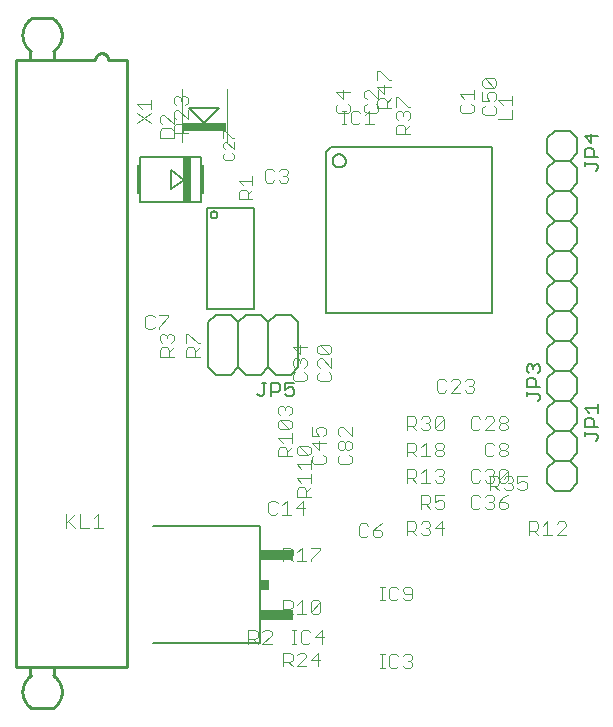
<source format=gbr>
G04 EAGLE Gerber RS-274X export*
G75*
%MOMM*%
%FSLAX34Y34*%
%LPD*%
%INSilkscreen Top*%
%IPPOS*%
%AMOC8*
5,1,8,0,0,1.08239X$1,22.5*%
G01*
%ADD10C,0.101600*%
%ADD11C,0.127000*%
%ADD12R,3.810000X0.635000*%
%ADD13C,0.076200*%
%ADD14C,0.203200*%
%ADD15R,0.762000X0.863600*%
%ADD16R,2.799800X0.900200*%
%ADD17C,0.152400*%
%ADD18C,0.254000*%

G36*
X159940Y396302D02*
X159940Y396302D01*
X160006Y396304D01*
X160049Y396322D01*
X160096Y396330D01*
X160153Y396364D01*
X160213Y396389D01*
X160248Y396420D01*
X160289Y396445D01*
X160331Y396496D01*
X160379Y396540D01*
X160401Y396582D01*
X160430Y396619D01*
X160451Y396681D01*
X160482Y396740D01*
X160490Y396794D01*
X160502Y396831D01*
X160501Y396871D01*
X160509Y396925D01*
X160509Y434925D01*
X160498Y434990D01*
X160496Y435056D01*
X160478Y435099D01*
X160470Y435146D01*
X160436Y435203D01*
X160411Y435263D01*
X160380Y435298D01*
X160355Y435339D01*
X160304Y435381D01*
X160260Y435429D01*
X160218Y435451D01*
X160181Y435480D01*
X160119Y435501D01*
X160060Y435532D01*
X160006Y435540D01*
X159969Y435552D01*
X159929Y435551D01*
X159875Y435559D01*
X153875Y435559D01*
X153810Y435548D01*
X153744Y435546D01*
X153701Y435528D01*
X153654Y435520D01*
X153597Y435486D01*
X153537Y435461D01*
X153502Y435430D01*
X153461Y435405D01*
X153420Y435354D01*
X153371Y435310D01*
X153349Y435268D01*
X153320Y435231D01*
X153299Y435169D01*
X153268Y435110D01*
X153260Y435056D01*
X153248Y435019D01*
X153249Y434979D01*
X153241Y434925D01*
X153241Y396925D01*
X153252Y396860D01*
X153254Y396794D01*
X153272Y396751D01*
X153280Y396704D01*
X153314Y396647D01*
X153339Y396587D01*
X153370Y396552D01*
X153395Y396511D01*
X153446Y396470D01*
X153490Y396421D01*
X153532Y396399D01*
X153569Y396370D01*
X153631Y396349D01*
X153690Y396318D01*
X153744Y396310D01*
X153781Y396298D01*
X153821Y396299D01*
X153875Y396291D01*
X159875Y396291D01*
X159940Y396302D01*
G37*
G36*
X116940Y403302D02*
X116940Y403302D01*
X117006Y403304D01*
X117049Y403322D01*
X117096Y403330D01*
X117153Y403364D01*
X117213Y403389D01*
X117248Y403420D01*
X117289Y403445D01*
X117331Y403496D01*
X117379Y403540D01*
X117401Y403582D01*
X117430Y403619D01*
X117451Y403681D01*
X117482Y403740D01*
X117490Y403794D01*
X117502Y403831D01*
X117501Y403871D01*
X117509Y403925D01*
X117509Y427925D01*
X117498Y427990D01*
X117496Y428056D01*
X117478Y428099D01*
X117470Y428146D01*
X117436Y428203D01*
X117411Y428263D01*
X117380Y428298D01*
X117355Y428339D01*
X117304Y428381D01*
X117260Y428429D01*
X117218Y428451D01*
X117181Y428480D01*
X117119Y428501D01*
X117060Y428532D01*
X117006Y428540D01*
X116969Y428552D01*
X116929Y428551D01*
X116875Y428559D01*
X114875Y428559D01*
X114810Y428548D01*
X114744Y428546D01*
X114701Y428528D01*
X114654Y428520D01*
X114597Y428486D01*
X114537Y428461D01*
X114502Y428430D01*
X114461Y428405D01*
X114420Y428354D01*
X114371Y428310D01*
X114349Y428268D01*
X114320Y428231D01*
X114299Y428169D01*
X114268Y428110D01*
X114260Y428056D01*
X114248Y428019D01*
X114249Y427979D01*
X114241Y427925D01*
X114241Y403925D01*
X114252Y403860D01*
X114254Y403794D01*
X114272Y403751D01*
X114280Y403704D01*
X114314Y403647D01*
X114339Y403587D01*
X114370Y403552D01*
X114395Y403511D01*
X114446Y403470D01*
X114490Y403421D01*
X114532Y403399D01*
X114569Y403370D01*
X114631Y403349D01*
X114690Y403318D01*
X114744Y403310D01*
X114781Y403298D01*
X114821Y403299D01*
X114875Y403291D01*
X116875Y403291D01*
X116940Y403302D01*
G37*
G36*
X170940Y403302D02*
X170940Y403302D01*
X171006Y403304D01*
X171049Y403322D01*
X171096Y403330D01*
X171153Y403364D01*
X171213Y403389D01*
X171248Y403420D01*
X171289Y403445D01*
X171331Y403496D01*
X171379Y403540D01*
X171401Y403582D01*
X171430Y403619D01*
X171451Y403681D01*
X171482Y403740D01*
X171490Y403794D01*
X171502Y403831D01*
X171501Y403871D01*
X171509Y403925D01*
X171509Y427925D01*
X171498Y427990D01*
X171496Y428056D01*
X171478Y428099D01*
X171470Y428146D01*
X171436Y428203D01*
X171411Y428263D01*
X171380Y428298D01*
X171355Y428339D01*
X171304Y428381D01*
X171260Y428429D01*
X171218Y428451D01*
X171181Y428480D01*
X171119Y428501D01*
X171060Y428532D01*
X171006Y428540D01*
X170969Y428552D01*
X170929Y428551D01*
X170875Y428559D01*
X168875Y428559D01*
X168810Y428548D01*
X168744Y428546D01*
X168701Y428528D01*
X168654Y428520D01*
X168597Y428486D01*
X168537Y428461D01*
X168502Y428430D01*
X168461Y428405D01*
X168420Y428354D01*
X168371Y428310D01*
X168349Y428268D01*
X168320Y428231D01*
X168299Y428169D01*
X168268Y428110D01*
X168260Y428056D01*
X168248Y428019D01*
X168249Y427979D01*
X168241Y427925D01*
X168241Y403925D01*
X168252Y403860D01*
X168254Y403794D01*
X168272Y403751D01*
X168280Y403704D01*
X168314Y403647D01*
X168339Y403587D01*
X168370Y403552D01*
X168395Y403511D01*
X168446Y403470D01*
X168490Y403421D01*
X168532Y403399D01*
X168569Y403370D01*
X168631Y403349D01*
X168690Y403318D01*
X168744Y403310D01*
X168781Y403298D01*
X168821Y403299D01*
X168875Y403291D01*
X170875Y403291D01*
X170940Y403302D01*
G37*
D10*
X54326Y132852D02*
X54326Y121158D01*
X54326Y125056D02*
X62122Y132852D01*
X56275Y127005D02*
X62122Y121158D01*
X66020Y121158D02*
X66020Y132852D01*
X66020Y121158D02*
X73816Y121158D01*
X77714Y128954D02*
X81612Y132852D01*
X81612Y121158D01*
X77714Y121158D02*
X85510Y121158D01*
D11*
X116875Y396925D02*
X116875Y434925D01*
X116875Y396925D02*
X168875Y396925D01*
X168875Y434925D01*
X116875Y434925D01*
X142875Y423925D02*
X142875Y407925D01*
X153875Y415925D01*
X142875Y423925D01*
D10*
X190650Y447500D02*
X190650Y492300D01*
X152250Y492300D02*
X152250Y447500D01*
D12*
X171450Y460375D03*
D11*
X171450Y463550D02*
X184150Y476250D01*
X158750Y476250D01*
X171450Y463550D01*
D10*
X145542Y451358D02*
X133848Y451358D01*
X145542Y451358D02*
X145542Y457205D01*
X143593Y459154D01*
X135797Y459154D01*
X133848Y457205D01*
X133848Y451358D01*
X145542Y463052D02*
X145542Y470848D01*
X145542Y463052D02*
X137746Y470848D01*
X135797Y470848D01*
X133848Y468899D01*
X133848Y465001D01*
X135797Y463052D01*
X145673Y455326D02*
X157367Y455326D01*
X145673Y455326D02*
X145673Y461173D01*
X147622Y463122D01*
X151520Y463122D01*
X153469Y461173D01*
X153469Y455326D01*
X153469Y459224D02*
X157367Y463122D01*
X157367Y467020D02*
X157367Y474816D01*
X157367Y467020D02*
X149571Y474816D01*
X147622Y474816D01*
X145673Y472867D01*
X145673Y468969D01*
X147622Y467020D01*
X147622Y478714D02*
X145673Y480663D01*
X145673Y484561D01*
X147622Y486510D01*
X149571Y486510D01*
X151520Y484561D01*
X151520Y482612D01*
X151520Y484561D02*
X153469Y486510D01*
X155418Y486510D01*
X157367Y484561D01*
X157367Y480663D01*
X155418Y478714D01*
D13*
X188631Y438452D02*
X187063Y436884D01*
X187063Y433749D01*
X188631Y432181D01*
X194901Y432181D01*
X196469Y433749D01*
X196469Y436884D01*
X194901Y438452D01*
X196469Y441536D02*
X196469Y447807D01*
X196469Y441536D02*
X190198Y447807D01*
X188631Y447807D01*
X187063Y446239D01*
X187063Y443104D01*
X188631Y441536D01*
X187063Y450891D02*
X187063Y457162D01*
X188631Y457162D01*
X194901Y450891D01*
X196469Y450891D01*
D10*
X354945Y148727D02*
X354945Y137033D01*
X354945Y148727D02*
X360792Y148727D01*
X362741Y146778D01*
X362741Y142880D01*
X360792Y140931D01*
X354945Y140931D01*
X358843Y140931D02*
X362741Y137033D01*
X366639Y148727D02*
X374435Y148727D01*
X366639Y148727D02*
X366639Y142880D01*
X370537Y144829D01*
X372486Y144829D01*
X374435Y142880D01*
X374435Y138982D01*
X372486Y137033D01*
X368588Y137033D01*
X366639Y138982D01*
X343251Y159258D02*
X343251Y170952D01*
X349098Y170952D01*
X351047Y169003D01*
X351047Y165105D01*
X349098Y163156D01*
X343251Y163156D01*
X347149Y163156D02*
X351047Y159258D01*
X354945Y167054D02*
X358843Y170952D01*
X358843Y159258D01*
X354945Y159258D02*
X362741Y159258D01*
X366639Y169003D02*
X368588Y170952D01*
X372486Y170952D01*
X374435Y169003D01*
X374435Y167054D01*
X372486Y165105D01*
X370537Y165105D01*
X372486Y165105D02*
X374435Y163156D01*
X374435Y161207D01*
X372486Y159258D01*
X368588Y159258D01*
X366639Y161207D01*
X343251Y181483D02*
X343251Y193177D01*
X349098Y193177D01*
X351047Y191228D01*
X351047Y187330D01*
X349098Y185381D01*
X343251Y185381D01*
X347149Y185381D02*
X351047Y181483D01*
X354945Y189279D02*
X358843Y193177D01*
X358843Y181483D01*
X354945Y181483D02*
X362741Y181483D01*
X366639Y191228D02*
X368588Y193177D01*
X372486Y193177D01*
X374435Y191228D01*
X374435Y189279D01*
X372486Y187330D01*
X374435Y185381D01*
X374435Y183432D01*
X372486Y181483D01*
X368588Y181483D01*
X366639Y183432D01*
X366639Y185381D01*
X368588Y187330D01*
X366639Y189279D01*
X366639Y191228D01*
X368588Y187330D02*
X372486Y187330D01*
X343251Y203708D02*
X343251Y215402D01*
X349098Y215402D01*
X351047Y213453D01*
X351047Y209555D01*
X349098Y207606D01*
X343251Y207606D01*
X347149Y207606D02*
X351047Y203708D01*
X354945Y213453D02*
X356894Y215402D01*
X360792Y215402D01*
X362741Y213453D01*
X362741Y211504D01*
X360792Y209555D01*
X358843Y209555D01*
X360792Y209555D02*
X362741Y207606D01*
X362741Y205657D01*
X360792Y203708D01*
X356894Y203708D01*
X354945Y205657D01*
X366639Y205657D02*
X366639Y213453D01*
X368588Y215402D01*
X372486Y215402D01*
X374435Y213453D01*
X374435Y205657D01*
X372486Y203708D01*
X368588Y203708D01*
X366639Y205657D01*
X374435Y213453D01*
X403073Y215402D02*
X405022Y213453D01*
X403073Y215402D02*
X399175Y215402D01*
X397226Y213453D01*
X397226Y205657D01*
X399175Y203708D01*
X403073Y203708D01*
X405022Y205657D01*
X408920Y203708D02*
X416716Y203708D01*
X408920Y203708D02*
X416716Y211504D01*
X416716Y213453D01*
X414767Y215402D01*
X410869Y215402D01*
X408920Y213453D01*
X420614Y213453D02*
X422563Y215402D01*
X426461Y215402D01*
X428410Y213453D01*
X428410Y211504D01*
X426461Y209555D01*
X428410Y207606D01*
X428410Y205657D01*
X426461Y203708D01*
X422563Y203708D01*
X420614Y205657D01*
X420614Y207606D01*
X422563Y209555D01*
X420614Y211504D01*
X420614Y213453D01*
X422563Y209555D02*
X426461Y209555D01*
X403073Y170952D02*
X405022Y169003D01*
X403073Y170952D02*
X399175Y170952D01*
X397226Y169003D01*
X397226Y161207D01*
X399175Y159258D01*
X403073Y159258D01*
X405022Y161207D01*
X408920Y169003D02*
X410869Y170952D01*
X414767Y170952D01*
X416716Y169003D01*
X416716Y167054D01*
X414767Y165105D01*
X412818Y165105D01*
X414767Y165105D02*
X416716Y163156D01*
X416716Y161207D01*
X414767Y159258D01*
X410869Y159258D01*
X408920Y161207D01*
X420614Y161207D02*
X420614Y169003D01*
X422563Y170952D01*
X426461Y170952D01*
X428410Y169003D01*
X428410Y161207D01*
X426461Y159258D01*
X422563Y159258D01*
X420614Y161207D01*
X428410Y169003D01*
X405022Y146778D02*
X403073Y148727D01*
X399175Y148727D01*
X397226Y146778D01*
X397226Y138982D01*
X399175Y137033D01*
X403073Y137033D01*
X405022Y138982D01*
X408920Y146778D02*
X410869Y148727D01*
X414767Y148727D01*
X416716Y146778D01*
X416716Y144829D01*
X414767Y142880D01*
X412818Y142880D01*
X414767Y142880D02*
X416716Y140931D01*
X416716Y138982D01*
X414767Y137033D01*
X410869Y137033D01*
X408920Y138982D01*
X424512Y146778D02*
X428410Y148727D01*
X424512Y146778D02*
X420614Y142880D01*
X420614Y138982D01*
X422563Y137033D01*
X426461Y137033D01*
X428410Y138982D01*
X428410Y140931D01*
X426461Y142880D01*
X420614Y142880D01*
X343251Y126502D02*
X343251Y114808D01*
X343251Y126502D02*
X349098Y126502D01*
X351047Y124553D01*
X351047Y120655D01*
X349098Y118706D01*
X343251Y118706D01*
X347149Y118706D02*
X351047Y114808D01*
X354945Y124553D02*
X356894Y126502D01*
X360792Y126502D01*
X362741Y124553D01*
X362741Y122604D01*
X360792Y120655D01*
X358843Y120655D01*
X360792Y120655D02*
X362741Y118706D01*
X362741Y116757D01*
X360792Y114808D01*
X356894Y114808D01*
X354945Y116757D01*
X372486Y114808D02*
X372486Y126502D01*
X366639Y120655D01*
X374435Y120655D01*
X413258Y152908D02*
X413258Y164602D01*
X419105Y164602D01*
X421054Y162653D01*
X421054Y158755D01*
X419105Y156806D01*
X413258Y156806D01*
X417156Y156806D02*
X421054Y152908D01*
X424952Y162653D02*
X426901Y164602D01*
X430799Y164602D01*
X432748Y162653D01*
X432748Y160704D01*
X430799Y158755D01*
X428850Y158755D01*
X430799Y158755D02*
X432748Y156806D01*
X432748Y154857D01*
X430799Y152908D01*
X426901Y152908D01*
X424952Y154857D01*
X436646Y164602D02*
X444442Y164602D01*
X436646Y164602D02*
X436646Y158755D01*
X440544Y160704D01*
X442493Y160704D01*
X444442Y158755D01*
X444442Y154857D01*
X442493Y152908D01*
X438595Y152908D01*
X436646Y154857D01*
X345567Y454376D02*
X333873Y454376D01*
X333873Y460223D01*
X335822Y462172D01*
X339720Y462172D01*
X341669Y460223D01*
X341669Y454376D01*
X341669Y458274D02*
X345567Y462172D01*
X335822Y466070D02*
X333873Y468019D01*
X333873Y471917D01*
X335822Y473866D01*
X337771Y473866D01*
X339720Y471917D01*
X339720Y469968D01*
X339720Y471917D02*
X341669Y473866D01*
X343618Y473866D01*
X345567Y471917D01*
X345567Y468019D01*
X343618Y466070D01*
X333873Y477764D02*
X333873Y485560D01*
X335822Y485560D01*
X343618Y477764D01*
X345567Y477764D01*
X329692Y476758D02*
X317998Y476758D01*
X317998Y482605D01*
X319947Y484554D01*
X323845Y484554D01*
X325794Y482605D01*
X325794Y476758D01*
X325794Y480656D02*
X329692Y484554D01*
X329692Y494299D02*
X317998Y494299D01*
X323845Y488452D01*
X323845Y496248D01*
X317998Y500146D02*
X317998Y507942D01*
X319947Y507942D01*
X327743Y500146D01*
X329692Y500146D01*
X387848Y478267D02*
X389797Y480216D01*
X387848Y478267D02*
X387848Y474369D01*
X389797Y472420D01*
X397593Y472420D01*
X399542Y474369D01*
X399542Y478267D01*
X397593Y480216D01*
X391746Y484114D02*
X387848Y488012D01*
X399542Y488012D01*
X399542Y484114D02*
X399542Y491910D01*
X308835Y480216D02*
X306886Y478267D01*
X306886Y474369D01*
X308835Y472420D01*
X316631Y472420D01*
X318580Y474369D01*
X318580Y478267D01*
X316631Y480216D01*
X318580Y484114D02*
X318580Y491910D01*
X318580Y484114D02*
X310784Y491910D01*
X308835Y491910D01*
X306886Y489961D01*
X306886Y486063D01*
X308835Y484114D01*
X248510Y252779D02*
X246561Y250830D01*
X246561Y246932D01*
X248510Y244983D01*
X256306Y244983D01*
X258255Y246932D01*
X258255Y250830D01*
X256306Y252779D01*
X248510Y256677D02*
X246561Y258626D01*
X246561Y262524D01*
X248510Y264473D01*
X250459Y264473D01*
X252408Y262524D01*
X252408Y260575D01*
X252408Y262524D02*
X254357Y264473D01*
X256306Y264473D01*
X258255Y262524D01*
X258255Y258626D01*
X256306Y256677D01*
X258255Y274218D02*
X246561Y274218D01*
X252408Y268371D01*
X252408Y276167D01*
X269147Y252779D02*
X267198Y250830D01*
X267198Y246932D01*
X269147Y244983D01*
X276943Y244983D01*
X278892Y246932D01*
X278892Y250830D01*
X276943Y252779D01*
X278892Y256677D02*
X278892Y264473D01*
X278892Y256677D02*
X271096Y264473D01*
X269147Y264473D01*
X267198Y262524D01*
X267198Y258626D01*
X269147Y256677D01*
X269147Y268371D02*
X276943Y268371D01*
X269147Y268371D02*
X267198Y270320D01*
X267198Y274218D01*
X269147Y276167D01*
X276943Y276167D01*
X278892Y274218D01*
X278892Y270320D01*
X276943Y268371D01*
X269147Y276167D01*
X374498Y247152D02*
X376447Y245203D01*
X374498Y247152D02*
X370600Y247152D01*
X368651Y245203D01*
X368651Y237407D01*
X370600Y235458D01*
X374498Y235458D01*
X376447Y237407D01*
X380345Y235458D02*
X388141Y235458D01*
X380345Y235458D02*
X388141Y243254D01*
X388141Y245203D01*
X386192Y247152D01*
X382294Y247152D01*
X380345Y245203D01*
X392039Y245203D02*
X393988Y247152D01*
X397886Y247152D01*
X399835Y245203D01*
X399835Y243254D01*
X397886Y241305D01*
X395937Y241305D01*
X397886Y241305D02*
X399835Y239356D01*
X399835Y237407D01*
X397886Y235458D01*
X393988Y235458D01*
X392039Y237407D01*
D14*
X218415Y122195D02*
X128375Y122195D01*
X218415Y122195D02*
X218415Y23855D01*
X128375Y23855D01*
D15*
X222641Y73025D03*
D16*
X233425Y47625D03*
X233425Y98425D03*
D10*
X245549Y22733D02*
X249447Y22733D01*
X247498Y22733D02*
X247498Y34427D01*
X245549Y34427D02*
X249447Y34427D01*
X259192Y34427D02*
X261141Y32478D01*
X259192Y34427D02*
X255294Y34427D01*
X253345Y32478D01*
X253345Y24682D01*
X255294Y22733D01*
X259192Y22733D01*
X261141Y24682D01*
X270886Y22733D02*
X270886Y34427D01*
X265039Y28580D01*
X272835Y28580D01*
D11*
X213675Y306250D02*
X213675Y392250D01*
X213675Y306250D02*
X173675Y306250D01*
X173675Y392250D01*
X213675Y392250D01*
X176847Y386250D02*
X176849Y386356D01*
X176855Y386461D01*
X176865Y386567D01*
X176879Y386671D01*
X176896Y386776D01*
X176918Y386879D01*
X176943Y386982D01*
X176973Y387084D01*
X177006Y387184D01*
X177042Y387283D01*
X177083Y387381D01*
X177127Y387477D01*
X177175Y387571D01*
X177226Y387664D01*
X177280Y387755D01*
X177338Y387843D01*
X177400Y387929D01*
X177464Y388013D01*
X177531Y388095D01*
X177602Y388174D01*
X177675Y388250D01*
X177751Y388323D01*
X177830Y388394D01*
X177912Y388461D01*
X177996Y388525D01*
X178082Y388587D01*
X178170Y388645D01*
X178261Y388699D01*
X178354Y388750D01*
X178448Y388798D01*
X178544Y388842D01*
X178642Y388883D01*
X178741Y388919D01*
X178841Y388952D01*
X178943Y388982D01*
X179046Y389007D01*
X179149Y389029D01*
X179254Y389046D01*
X179358Y389060D01*
X179464Y389070D01*
X179569Y389076D01*
X179675Y389078D01*
X179781Y389076D01*
X179886Y389070D01*
X179992Y389060D01*
X180096Y389046D01*
X180201Y389029D01*
X180304Y389007D01*
X180407Y388982D01*
X180509Y388952D01*
X180609Y388919D01*
X180708Y388883D01*
X180806Y388842D01*
X180902Y388798D01*
X180996Y388750D01*
X181089Y388699D01*
X181180Y388645D01*
X181268Y388587D01*
X181354Y388525D01*
X181438Y388461D01*
X181520Y388394D01*
X181599Y388323D01*
X181675Y388250D01*
X181748Y388174D01*
X181819Y388095D01*
X181886Y388013D01*
X181950Y387929D01*
X182012Y387843D01*
X182070Y387755D01*
X182124Y387664D01*
X182175Y387571D01*
X182223Y387477D01*
X182267Y387381D01*
X182308Y387283D01*
X182344Y387184D01*
X182377Y387084D01*
X182407Y386982D01*
X182432Y386879D01*
X182454Y386776D01*
X182471Y386671D01*
X182485Y386567D01*
X182495Y386461D01*
X182501Y386356D01*
X182503Y386250D01*
X182501Y386144D01*
X182495Y386039D01*
X182485Y385933D01*
X182471Y385829D01*
X182454Y385724D01*
X182432Y385621D01*
X182407Y385518D01*
X182377Y385416D01*
X182344Y385316D01*
X182308Y385217D01*
X182267Y385119D01*
X182223Y385023D01*
X182175Y384929D01*
X182124Y384836D01*
X182070Y384745D01*
X182012Y384657D01*
X181950Y384571D01*
X181886Y384487D01*
X181819Y384405D01*
X181748Y384326D01*
X181675Y384250D01*
X181599Y384177D01*
X181520Y384106D01*
X181438Y384039D01*
X181354Y383975D01*
X181268Y383913D01*
X181180Y383855D01*
X181089Y383801D01*
X180996Y383750D01*
X180902Y383702D01*
X180806Y383658D01*
X180708Y383617D01*
X180609Y383581D01*
X180509Y383548D01*
X180407Y383518D01*
X180304Y383493D01*
X180201Y383471D01*
X180096Y383454D01*
X179992Y383440D01*
X179886Y383430D01*
X179781Y383424D01*
X179675Y383422D01*
X179569Y383424D01*
X179464Y383430D01*
X179358Y383440D01*
X179254Y383454D01*
X179149Y383471D01*
X179046Y383493D01*
X178943Y383518D01*
X178841Y383548D01*
X178741Y383581D01*
X178642Y383617D01*
X178544Y383658D01*
X178448Y383702D01*
X178354Y383750D01*
X178261Y383801D01*
X178170Y383855D01*
X178082Y383913D01*
X177996Y383975D01*
X177912Y384039D01*
X177830Y384106D01*
X177751Y384177D01*
X177675Y384250D01*
X177602Y384326D01*
X177531Y384405D01*
X177464Y384487D01*
X177400Y384571D01*
X177338Y384657D01*
X177280Y384745D01*
X177226Y384836D01*
X177175Y384929D01*
X177127Y385023D01*
X177083Y385119D01*
X177042Y385217D01*
X177006Y385316D01*
X176973Y385416D01*
X176943Y385518D01*
X176918Y385621D01*
X176896Y385724D01*
X176879Y385829D01*
X176865Y385933D01*
X176855Y386039D01*
X176849Y386144D01*
X176847Y386250D01*
D10*
X200523Y399395D02*
X212217Y399395D01*
X200523Y399395D02*
X200523Y405242D01*
X202472Y407191D01*
X206370Y407191D01*
X208319Y405242D01*
X208319Y399395D01*
X208319Y403293D02*
X212217Y407191D01*
X204421Y411089D02*
X200523Y414987D01*
X212217Y414987D01*
X212217Y411089D02*
X212217Y418885D01*
X228605Y424952D02*
X230554Y423003D01*
X228605Y424952D02*
X224707Y424952D01*
X222758Y423003D01*
X222758Y415207D01*
X224707Y413258D01*
X228605Y413258D01*
X230554Y415207D01*
X234452Y423003D02*
X236401Y424952D01*
X240299Y424952D01*
X242248Y423003D01*
X242248Y421054D01*
X240299Y419105D01*
X238350Y419105D01*
X240299Y419105D02*
X242248Y417156D01*
X242248Y415207D01*
X240299Y413258D01*
X236401Y413258D01*
X234452Y415207D01*
X283073Y478267D02*
X285022Y480216D01*
X283073Y478267D02*
X283073Y474369D01*
X285022Y472420D01*
X292818Y472420D01*
X294767Y474369D01*
X294767Y478267D01*
X292818Y480216D01*
X294767Y489961D02*
X283073Y489961D01*
X288920Y484114D01*
X288920Y491910D01*
X238476Y15377D02*
X238476Y3683D01*
X238476Y15377D02*
X244323Y15377D01*
X246272Y13428D01*
X246272Y9530D01*
X244323Y7581D01*
X238476Y7581D01*
X242374Y7581D02*
X246272Y3683D01*
X250170Y3683D02*
X257966Y3683D01*
X250170Y3683D02*
X257966Y11479D01*
X257966Y13428D01*
X256017Y15377D01*
X252119Y15377D01*
X250170Y13428D01*
X267711Y15377D02*
X267711Y3683D01*
X261864Y9530D02*
X267711Y15377D01*
X269660Y9530D02*
X261864Y9530D01*
X310354Y122965D02*
X308405Y124914D01*
X304507Y124914D01*
X302558Y122965D01*
X302558Y115169D01*
X304507Y113221D01*
X308405Y113221D01*
X310354Y115169D01*
X318149Y122965D02*
X322047Y124914D01*
X318149Y122965D02*
X314252Y119067D01*
X314252Y115169D01*
X316200Y113221D01*
X320098Y113221D01*
X322047Y115169D01*
X322047Y117118D01*
X320098Y119067D01*
X314252Y119067D01*
X320162Y2413D02*
X324060Y2413D01*
X322111Y2413D02*
X322111Y14107D01*
X320162Y14107D02*
X324060Y14107D01*
X333804Y14107D02*
X335753Y12158D01*
X333804Y14107D02*
X329906Y14107D01*
X327958Y12158D01*
X327958Y4362D01*
X329906Y2413D01*
X333804Y2413D01*
X335753Y4362D01*
X339651Y12158D02*
X341600Y14107D01*
X345498Y14107D01*
X347447Y12158D01*
X347447Y10209D01*
X345498Y8260D01*
X343549Y8260D01*
X345498Y8260D02*
X347447Y6311D01*
X347447Y4362D01*
X345498Y2413D01*
X341600Y2413D01*
X339651Y4362D01*
X208895Y22733D02*
X208895Y34427D01*
X214742Y34427D01*
X216691Y32478D01*
X216691Y28580D01*
X214742Y26631D01*
X208895Y26631D01*
X212793Y26631D02*
X216691Y22733D01*
X220589Y22733D02*
X228385Y22733D01*
X220589Y22733D02*
X228385Y30529D01*
X228385Y32478D01*
X226436Y34427D01*
X222538Y34427D01*
X220589Y32478D01*
D17*
X414848Y302703D02*
X414848Y443423D01*
X414848Y302703D02*
X274128Y302703D01*
X274128Y439103D01*
X278448Y443423D02*
X414848Y443423D01*
X278448Y443423D02*
X274128Y439103D01*
X280098Y431864D02*
X280100Y432013D01*
X280106Y432163D01*
X280116Y432312D01*
X280130Y432461D01*
X280148Y432609D01*
X280170Y432757D01*
X280196Y432904D01*
X280225Y433050D01*
X280259Y433196D01*
X280297Y433341D01*
X280338Y433484D01*
X280383Y433627D01*
X280432Y433768D01*
X280485Y433908D01*
X280541Y434046D01*
X280602Y434183D01*
X280665Y434318D01*
X280733Y434451D01*
X280804Y434583D01*
X280878Y434712D01*
X280956Y434840D01*
X281037Y434965D01*
X281122Y435088D01*
X281210Y435209D01*
X281301Y435328D01*
X281395Y435444D01*
X281492Y435557D01*
X281592Y435668D01*
X281696Y435776D01*
X281802Y435882D01*
X281910Y435984D01*
X282022Y436083D01*
X282136Y436180D01*
X282253Y436273D01*
X282372Y436364D01*
X282493Y436451D01*
X282617Y436534D01*
X282743Y436615D01*
X282871Y436692D01*
X283001Y436765D01*
X283133Y436835D01*
X283267Y436902D01*
X283402Y436965D01*
X283540Y437024D01*
X283678Y437080D01*
X283818Y437131D01*
X283960Y437179D01*
X284103Y437224D01*
X284246Y437264D01*
X284391Y437301D01*
X284537Y437333D01*
X284684Y437362D01*
X284831Y437387D01*
X284979Y437408D01*
X285128Y437425D01*
X285276Y437438D01*
X285426Y437447D01*
X285575Y437452D01*
X285724Y437453D01*
X285874Y437450D01*
X286023Y437443D01*
X286172Y437432D01*
X286321Y437417D01*
X286469Y437398D01*
X286617Y437375D01*
X286764Y437348D01*
X286910Y437318D01*
X287055Y437283D01*
X287200Y437244D01*
X287343Y437202D01*
X287485Y437156D01*
X287626Y437106D01*
X287765Y437052D01*
X287903Y436995D01*
X288040Y436934D01*
X288174Y436869D01*
X288307Y436801D01*
X288438Y436729D01*
X288567Y436654D01*
X288694Y436575D01*
X288819Y436493D01*
X288942Y436407D01*
X289062Y436319D01*
X289180Y436227D01*
X289295Y436132D01*
X289408Y436034D01*
X289518Y435933D01*
X289626Y435829D01*
X289730Y435722D01*
X289832Y435613D01*
X289931Y435501D01*
X290027Y435386D01*
X290119Y435269D01*
X290209Y435149D01*
X290295Y435027D01*
X290378Y434903D01*
X290457Y434776D01*
X290533Y434648D01*
X290606Y434517D01*
X290675Y434385D01*
X290741Y434250D01*
X290803Y434114D01*
X290861Y433977D01*
X290916Y433838D01*
X290967Y433697D01*
X291014Y433556D01*
X291057Y433413D01*
X291097Y433268D01*
X291132Y433123D01*
X291164Y432977D01*
X291192Y432830D01*
X291216Y432683D01*
X291236Y432535D01*
X291252Y432386D01*
X291264Y432237D01*
X291272Y432088D01*
X291276Y431939D01*
X291276Y431789D01*
X291272Y431640D01*
X291264Y431491D01*
X291252Y431342D01*
X291236Y431193D01*
X291216Y431045D01*
X291192Y430898D01*
X291164Y430751D01*
X291132Y430605D01*
X291097Y430460D01*
X291057Y430315D01*
X291014Y430172D01*
X290967Y430031D01*
X290916Y429890D01*
X290861Y429751D01*
X290803Y429614D01*
X290741Y429478D01*
X290675Y429343D01*
X290606Y429211D01*
X290533Y429080D01*
X290457Y428952D01*
X290378Y428825D01*
X290295Y428701D01*
X290209Y428579D01*
X290119Y428459D01*
X290027Y428342D01*
X289931Y428227D01*
X289832Y428115D01*
X289730Y428006D01*
X289626Y427899D01*
X289518Y427795D01*
X289408Y427694D01*
X289295Y427596D01*
X289180Y427501D01*
X289062Y427409D01*
X288942Y427321D01*
X288819Y427235D01*
X288694Y427153D01*
X288567Y427074D01*
X288438Y426999D01*
X288307Y426927D01*
X288174Y426859D01*
X288040Y426794D01*
X287903Y426733D01*
X287765Y426676D01*
X287626Y426622D01*
X287485Y426572D01*
X287343Y426526D01*
X287200Y426484D01*
X287055Y426445D01*
X286910Y426410D01*
X286764Y426380D01*
X286617Y426353D01*
X286469Y426330D01*
X286321Y426311D01*
X286172Y426296D01*
X286023Y426285D01*
X285874Y426278D01*
X285724Y426275D01*
X285575Y426276D01*
X285426Y426281D01*
X285276Y426290D01*
X285128Y426303D01*
X284979Y426320D01*
X284831Y426341D01*
X284684Y426366D01*
X284537Y426395D01*
X284391Y426427D01*
X284246Y426464D01*
X284103Y426504D01*
X283960Y426549D01*
X283818Y426597D01*
X283678Y426648D01*
X283540Y426704D01*
X283402Y426763D01*
X283267Y426826D01*
X283133Y426893D01*
X283001Y426963D01*
X282871Y427036D01*
X282743Y427113D01*
X282617Y427194D01*
X282493Y427277D01*
X282372Y427364D01*
X282253Y427455D01*
X282136Y427548D01*
X282022Y427645D01*
X281910Y427744D01*
X281802Y427846D01*
X281696Y427952D01*
X281592Y428060D01*
X281492Y428171D01*
X281395Y428284D01*
X281301Y428400D01*
X281210Y428519D01*
X281122Y428640D01*
X281037Y428763D01*
X280956Y428888D01*
X280878Y429016D01*
X280804Y429145D01*
X280733Y429277D01*
X280665Y429410D01*
X280602Y429545D01*
X280541Y429682D01*
X280485Y429820D01*
X280432Y429960D01*
X280383Y430101D01*
X280338Y430244D01*
X280297Y430387D01*
X280259Y430532D01*
X280225Y430678D01*
X280196Y430824D01*
X280170Y430971D01*
X280148Y431119D01*
X280130Y431267D01*
X280116Y431416D01*
X280106Y431565D01*
X280100Y431715D01*
X280098Y431864D01*
D10*
X287846Y462598D02*
X291743Y462598D01*
X289794Y462598D02*
X289794Y474291D01*
X287846Y474291D02*
X291743Y474291D01*
X301488Y474291D02*
X303437Y472342D01*
X301488Y474291D02*
X297590Y474291D01*
X295641Y472342D01*
X295641Y464546D01*
X297590Y462598D01*
X301488Y462598D01*
X303437Y464546D01*
X307335Y470393D02*
X311233Y474291D01*
X311233Y462598D01*
X307335Y462598D02*
X315131Y462598D01*
X129379Y299178D02*
X127430Y301127D01*
X123532Y301127D01*
X121583Y299178D01*
X121583Y291382D01*
X123532Y289433D01*
X127430Y289433D01*
X129379Y291382D01*
X133277Y301127D02*
X141072Y301127D01*
X141072Y299178D01*
X133277Y291382D01*
X133277Y289433D01*
X133848Y266045D02*
X145542Y266045D01*
X133848Y266045D02*
X133848Y271892D01*
X135797Y273841D01*
X139695Y273841D01*
X141644Y271892D01*
X141644Y266045D01*
X141644Y269943D02*
X145542Y273841D01*
X135797Y277739D02*
X133848Y279688D01*
X133848Y283586D01*
X135797Y285535D01*
X137746Y285535D01*
X139695Y283586D01*
X139695Y281637D01*
X139695Y283586D02*
X141644Y285535D01*
X143593Y285535D01*
X145542Y283586D01*
X145542Y279688D01*
X143593Y277739D01*
X156073Y266045D02*
X167767Y266045D01*
X156073Y266045D02*
X156073Y271892D01*
X158022Y273841D01*
X161920Y273841D01*
X163869Y271892D01*
X163869Y266045D01*
X163869Y269943D02*
X167767Y273841D01*
X156073Y277739D02*
X156073Y285535D01*
X158022Y285535D01*
X165818Y277739D01*
X167767Y277739D01*
X420233Y467340D02*
X431927Y467340D01*
X431927Y475136D01*
X424131Y479034D02*
X420233Y482932D01*
X431927Y482932D01*
X431927Y479034D02*
X431927Y486830D01*
X408847Y478204D02*
X406898Y476255D01*
X406898Y472357D01*
X408847Y470408D01*
X416643Y470408D01*
X418592Y472357D01*
X418592Y476255D01*
X416643Y478204D01*
X406898Y482102D02*
X406898Y489898D01*
X406898Y482102D02*
X412745Y482102D01*
X410796Y486000D01*
X410796Y487949D01*
X412745Y489898D01*
X416643Y489898D01*
X418592Y487949D01*
X418592Y484051D01*
X416643Y482102D01*
X416643Y493796D02*
X408847Y493796D01*
X406898Y495745D01*
X406898Y499643D01*
X408847Y501592D01*
X416643Y501592D01*
X418592Y499643D01*
X418592Y495745D01*
X416643Y493796D01*
X408847Y501592D01*
X238476Y59827D02*
X238476Y48133D01*
X238476Y59827D02*
X244323Y59827D01*
X246272Y57878D01*
X246272Y53980D01*
X244323Y52031D01*
X238476Y52031D01*
X242374Y52031D02*
X246272Y48133D01*
X250170Y55929D02*
X254068Y59827D01*
X254068Y48133D01*
X250170Y48133D02*
X257966Y48133D01*
X261864Y50082D02*
X261864Y57878D01*
X263813Y59827D01*
X267711Y59827D01*
X269660Y57878D01*
X269660Y50082D01*
X267711Y48133D01*
X263813Y48133D01*
X261864Y50082D01*
X269660Y57878D01*
X414767Y193177D02*
X416716Y191228D01*
X414767Y193177D02*
X410869Y193177D01*
X408920Y191228D01*
X408920Y183432D01*
X410869Y181483D01*
X414767Y181483D01*
X416716Y183432D01*
X420614Y191228D02*
X422563Y193177D01*
X426461Y193177D01*
X428410Y191228D01*
X428410Y189279D01*
X426461Y187330D01*
X428410Y185381D01*
X428410Y183432D01*
X426461Y181483D01*
X422563Y181483D01*
X420614Y183432D01*
X420614Y185381D01*
X422563Y187330D01*
X420614Y189279D01*
X420614Y191228D01*
X422563Y187330D02*
X426461Y187330D01*
X245555Y181483D02*
X233861Y181483D01*
X233861Y187330D01*
X235810Y189279D01*
X239708Y189279D01*
X241657Y187330D01*
X241657Y181483D01*
X241657Y185381D02*
X245555Y189279D01*
X237759Y193177D02*
X233861Y197075D01*
X245555Y197075D01*
X245555Y193177D02*
X245555Y200973D01*
X243606Y204871D02*
X235810Y204871D01*
X233861Y206820D01*
X233861Y210718D01*
X235810Y212667D01*
X243606Y212667D01*
X245555Y210718D01*
X245555Y206820D01*
X243606Y204871D01*
X235810Y212667D01*
X235810Y216565D02*
X233861Y218514D01*
X233861Y222412D01*
X235810Y224361D01*
X237759Y224361D01*
X239708Y222412D01*
X239708Y220463D01*
X239708Y222412D02*
X241657Y224361D01*
X243606Y224361D01*
X245555Y222412D01*
X245555Y218514D01*
X243606Y216565D01*
X249736Y147407D02*
X261430Y147407D01*
X249736Y147407D02*
X249736Y153254D01*
X251685Y155203D01*
X255583Y155203D01*
X257532Y153254D01*
X257532Y147407D01*
X257532Y151305D02*
X261430Y155203D01*
X253634Y159101D02*
X249736Y162999D01*
X261430Y162999D01*
X261430Y159101D02*
X261430Y166897D01*
X253634Y170795D02*
X249736Y174693D01*
X261430Y174693D01*
X261430Y170795D02*
X261430Y178591D01*
X259481Y182489D02*
X251685Y182489D01*
X249736Y184438D01*
X249736Y188336D01*
X251685Y190285D01*
X259481Y190285D01*
X261430Y188336D01*
X261430Y184438D01*
X259481Y182489D01*
X251685Y190285D01*
X231623Y143964D02*
X233572Y142015D01*
X231623Y143964D02*
X227725Y143964D01*
X225776Y142015D01*
X225776Y134219D01*
X227725Y132271D01*
X231623Y132271D01*
X233572Y134219D01*
X237470Y140066D02*
X241368Y143964D01*
X241368Y132271D01*
X237470Y132271D02*
X245266Y132271D01*
X255011Y132271D02*
X255011Y143964D01*
X249164Y138117D01*
X256960Y138117D01*
X284661Y180980D02*
X286610Y182929D01*
X284661Y180980D02*
X284661Y177082D01*
X286610Y175133D01*
X294406Y175133D01*
X296355Y177082D01*
X296355Y180980D01*
X294406Y182929D01*
X286610Y186827D02*
X284661Y188776D01*
X284661Y192674D01*
X286610Y194623D01*
X288559Y194623D01*
X290508Y192674D01*
X292457Y194623D01*
X294406Y194623D01*
X296355Y192674D01*
X296355Y188776D01*
X294406Y186827D01*
X292457Y186827D01*
X290508Y188776D01*
X288559Y186827D01*
X286610Y186827D01*
X290508Y188776D02*
X290508Y192674D01*
X296355Y198521D02*
X296355Y206317D01*
X296355Y198521D02*
X288559Y206317D01*
X286610Y206317D01*
X284661Y204368D01*
X284661Y200470D01*
X286610Y198521D01*
X264385Y182929D02*
X262436Y180980D01*
X262436Y177082D01*
X264385Y175133D01*
X272181Y175133D01*
X274130Y177082D01*
X274130Y180980D01*
X272181Y182929D01*
X274130Y192674D02*
X262436Y192674D01*
X268283Y186827D01*
X268283Y194623D01*
X262436Y198521D02*
X262436Y206317D01*
X262436Y198521D02*
X268283Y198521D01*
X266334Y202419D01*
X266334Y204368D01*
X268283Y206317D01*
X272181Y206317D01*
X274130Y204368D01*
X274130Y200470D01*
X272181Y198521D01*
D17*
X461963Y311150D02*
X461963Y323850D01*
X468313Y330200D01*
X481013Y330200D01*
X487363Y323850D01*
X461963Y285750D02*
X468313Y279400D01*
X461963Y285750D02*
X461963Y298450D01*
X468313Y304800D01*
X481013Y304800D01*
X487363Y298450D01*
X487363Y285750D01*
X481013Y279400D01*
X468313Y304800D02*
X461963Y311150D01*
X481013Y304800D02*
X487363Y311150D01*
X487363Y323850D01*
X461963Y247650D02*
X461963Y234950D01*
X461963Y247650D02*
X468313Y254000D01*
X481013Y254000D01*
X487363Y247650D01*
X468313Y254000D02*
X461963Y260350D01*
X461963Y273050D01*
X468313Y279400D01*
X481013Y279400D01*
X487363Y273050D01*
X487363Y260350D01*
X481013Y254000D01*
X481013Y228600D02*
X468313Y228600D01*
X461963Y234950D01*
X481013Y228600D02*
X487363Y234950D01*
X487363Y247650D01*
X461963Y336550D02*
X461963Y349250D01*
X468313Y355600D01*
X481013Y355600D01*
X487363Y349250D01*
X468313Y330200D02*
X461963Y336550D01*
X481013Y330200D02*
X487363Y336550D01*
X487363Y349250D01*
D11*
X455740Y230380D02*
X453833Y228473D01*
X455740Y230380D02*
X455740Y232286D01*
X453833Y234193D01*
X444300Y234193D01*
X444300Y232286D02*
X444300Y236100D01*
X444300Y240167D02*
X455740Y240167D01*
X444300Y240167D02*
X444300Y245887D01*
X446206Y247793D01*
X450020Y247793D01*
X451926Y245887D01*
X451926Y240167D01*
X446206Y251861D02*
X444300Y253768D01*
X444300Y257581D01*
X446206Y259487D01*
X448113Y259487D01*
X450020Y257581D01*
X450020Y255674D01*
X450020Y257581D02*
X451926Y259487D01*
X453833Y259487D01*
X455740Y257581D01*
X455740Y253768D01*
X453833Y251861D01*
D10*
X324060Y59563D02*
X320162Y59563D01*
X322111Y59563D02*
X322111Y71257D01*
X320162Y71257D02*
X324060Y71257D01*
X333804Y71257D02*
X335753Y69308D01*
X333804Y71257D02*
X329906Y71257D01*
X327958Y69308D01*
X327958Y61512D01*
X329906Y59563D01*
X333804Y59563D01*
X335753Y61512D01*
X339651Y61512D02*
X341600Y59563D01*
X345498Y59563D01*
X347447Y61512D01*
X347447Y69308D01*
X345498Y71257D01*
X341600Y71257D01*
X339651Y69308D01*
X339651Y67359D01*
X341600Y65410D01*
X347447Y65410D01*
X238476Y92583D02*
X238476Y104277D01*
X244323Y104277D01*
X246272Y102328D01*
X246272Y98430D01*
X244323Y96481D01*
X238476Y96481D01*
X242374Y96481D02*
X246272Y92583D01*
X250170Y100379D02*
X254068Y104277D01*
X254068Y92583D01*
X250170Y92583D02*
X257966Y92583D01*
X261864Y104277D02*
X269660Y104277D01*
X269660Y102328D01*
X261864Y94532D01*
X261864Y92583D01*
X446439Y114808D02*
X446439Y126502D01*
X452286Y126502D01*
X454235Y124553D01*
X454235Y120655D01*
X452286Y118706D01*
X446439Y118706D01*
X450337Y118706D02*
X454235Y114808D01*
X458133Y122604D02*
X462030Y126502D01*
X462030Y114808D01*
X458133Y114808D02*
X465928Y114808D01*
X469826Y114808D02*
X477622Y114808D01*
X469826Y114808D02*
X477622Y122604D01*
X477622Y124553D01*
X475673Y126502D01*
X471775Y126502D01*
X469826Y124553D01*
D18*
X12150Y3350D02*
X12150Y517350D01*
X79150Y517350D01*
X90150Y517350D02*
X106150Y517350D01*
X106150Y3350D01*
X12150Y3350D01*
X25150Y-3650D02*
X24812Y-3874D01*
X24479Y-4106D01*
X24151Y-4345D01*
X23830Y-4593D01*
X23515Y-4848D01*
X23206Y-5111D01*
X22904Y-5382D01*
X22608Y-5660D01*
X22319Y-5945D01*
X22037Y-6236D01*
X21763Y-6535D01*
X21495Y-6840D01*
X21236Y-7152D01*
X20984Y-7470D01*
X20739Y-7794D01*
X20503Y-8124D01*
X20275Y-8459D01*
X20055Y-8800D01*
X19844Y-9146D01*
X19641Y-9497D01*
X19446Y-9854D01*
X19260Y-10214D01*
X19084Y-10579D01*
X18916Y-10949D01*
X18757Y-11322D01*
X18607Y-11699D01*
X18467Y-12080D01*
X18336Y-12464D01*
X18214Y-12851D01*
X18102Y-13241D01*
X17999Y-13633D01*
X17906Y-14028D01*
X17822Y-14425D01*
X17749Y-14824D01*
X17685Y-15224D01*
X17630Y-15626D01*
X17586Y-16030D01*
X17551Y-16434D01*
X17527Y-16839D01*
X17512Y-17244D01*
X17507Y-17650D01*
X17512Y-18056D01*
X17527Y-18461D01*
X17551Y-18866D01*
X17586Y-19270D01*
X17630Y-19674D01*
X17685Y-20076D01*
X17749Y-20476D01*
X17822Y-20875D01*
X17906Y-21272D01*
X17999Y-21667D01*
X18102Y-22059D01*
X18214Y-22449D01*
X18336Y-22836D01*
X18467Y-23220D01*
X18607Y-23601D01*
X18757Y-23978D01*
X18916Y-24351D01*
X19084Y-24721D01*
X19260Y-25086D01*
X19446Y-25446D01*
X19641Y-25803D01*
X19844Y-26154D01*
X20055Y-26500D01*
X20275Y-26841D01*
X20503Y-27176D01*
X20739Y-27506D01*
X20984Y-27830D01*
X21236Y-28148D01*
X21495Y-28460D01*
X21763Y-28765D01*
X22037Y-29064D01*
X22319Y-29355D01*
X22608Y-29640D01*
X22904Y-29918D01*
X23206Y-30189D01*
X23515Y-30452D01*
X23830Y-30707D01*
X24151Y-30955D01*
X24479Y-31194D01*
X24812Y-31426D01*
X25150Y-31650D01*
X43150Y-31650D02*
X43488Y-31426D01*
X43821Y-31194D01*
X44149Y-30955D01*
X44470Y-30707D01*
X44785Y-30452D01*
X45094Y-30189D01*
X45396Y-29918D01*
X45692Y-29640D01*
X45981Y-29355D01*
X46263Y-29064D01*
X46537Y-28765D01*
X46805Y-28460D01*
X47064Y-28148D01*
X47316Y-27830D01*
X47561Y-27506D01*
X47797Y-27176D01*
X48025Y-26841D01*
X48245Y-26500D01*
X48456Y-26154D01*
X48659Y-25803D01*
X48854Y-25446D01*
X49040Y-25086D01*
X49216Y-24721D01*
X49384Y-24351D01*
X49543Y-23978D01*
X49693Y-23601D01*
X49833Y-23220D01*
X49964Y-22836D01*
X50086Y-22449D01*
X50198Y-22059D01*
X50301Y-21667D01*
X50394Y-21272D01*
X50478Y-20875D01*
X50551Y-20476D01*
X50615Y-20076D01*
X50670Y-19674D01*
X50714Y-19270D01*
X50749Y-18866D01*
X50773Y-18461D01*
X50788Y-18056D01*
X50793Y-17650D01*
X50788Y-17244D01*
X50773Y-16839D01*
X50749Y-16434D01*
X50714Y-16030D01*
X50670Y-15626D01*
X50615Y-15224D01*
X50551Y-14824D01*
X50478Y-14425D01*
X50394Y-14028D01*
X50301Y-13633D01*
X50198Y-13241D01*
X50086Y-12851D01*
X49964Y-12464D01*
X49833Y-12080D01*
X49693Y-11699D01*
X49543Y-11322D01*
X49384Y-10949D01*
X49216Y-10579D01*
X49040Y-10214D01*
X48854Y-9854D01*
X48659Y-9497D01*
X48456Y-9146D01*
X48245Y-8800D01*
X48025Y-8459D01*
X47797Y-8124D01*
X47561Y-7794D01*
X47316Y-7470D01*
X47064Y-7152D01*
X46805Y-6840D01*
X46537Y-6535D01*
X46263Y-6236D01*
X45981Y-5945D01*
X45692Y-5660D01*
X45396Y-5382D01*
X45094Y-5111D01*
X44785Y-4848D01*
X44470Y-4593D01*
X44149Y-4345D01*
X43821Y-4106D01*
X43488Y-3874D01*
X43150Y-3650D01*
X43150Y-31650D02*
X25150Y-31650D01*
X24150Y-4650D02*
X24150Y2350D01*
X44150Y2350D02*
X44150Y-4650D01*
X43150Y524350D02*
X43488Y524574D01*
X43821Y524806D01*
X44149Y525045D01*
X44470Y525293D01*
X44785Y525548D01*
X45094Y525811D01*
X45396Y526082D01*
X45692Y526360D01*
X45981Y526645D01*
X46263Y526936D01*
X46537Y527235D01*
X46805Y527540D01*
X47064Y527852D01*
X47316Y528170D01*
X47561Y528494D01*
X47797Y528824D01*
X48025Y529159D01*
X48245Y529500D01*
X48456Y529846D01*
X48659Y530197D01*
X48854Y530554D01*
X49040Y530914D01*
X49216Y531279D01*
X49384Y531649D01*
X49543Y532022D01*
X49693Y532399D01*
X49833Y532780D01*
X49964Y533164D01*
X50086Y533551D01*
X50198Y533941D01*
X50301Y534333D01*
X50394Y534728D01*
X50478Y535125D01*
X50551Y535524D01*
X50615Y535924D01*
X50670Y536326D01*
X50714Y536730D01*
X50749Y537134D01*
X50773Y537539D01*
X50788Y537944D01*
X50793Y538350D01*
X50788Y538756D01*
X50773Y539161D01*
X50749Y539566D01*
X50714Y539970D01*
X50670Y540374D01*
X50615Y540776D01*
X50551Y541176D01*
X50478Y541575D01*
X50394Y541972D01*
X50301Y542367D01*
X50198Y542759D01*
X50086Y543149D01*
X49964Y543536D01*
X49833Y543920D01*
X49693Y544301D01*
X49543Y544678D01*
X49384Y545051D01*
X49216Y545421D01*
X49040Y545786D01*
X48854Y546146D01*
X48659Y546503D01*
X48456Y546854D01*
X48245Y547200D01*
X48025Y547541D01*
X47797Y547876D01*
X47561Y548206D01*
X47316Y548530D01*
X47064Y548848D01*
X46805Y549160D01*
X46537Y549465D01*
X46263Y549764D01*
X45981Y550055D01*
X45692Y550340D01*
X45396Y550618D01*
X45094Y550889D01*
X44785Y551152D01*
X44470Y551407D01*
X44149Y551655D01*
X43821Y551894D01*
X43488Y552126D01*
X43150Y552350D01*
X25150Y552350D02*
X24812Y552126D01*
X24479Y551894D01*
X24151Y551655D01*
X23830Y551407D01*
X23515Y551152D01*
X23206Y550889D01*
X22904Y550618D01*
X22608Y550340D01*
X22319Y550055D01*
X22037Y549764D01*
X21763Y549465D01*
X21495Y549160D01*
X21236Y548848D01*
X20984Y548530D01*
X20739Y548206D01*
X20503Y547876D01*
X20275Y547541D01*
X20055Y547200D01*
X19844Y546854D01*
X19641Y546503D01*
X19446Y546146D01*
X19260Y545786D01*
X19084Y545421D01*
X18916Y545051D01*
X18757Y544678D01*
X18607Y544301D01*
X18467Y543920D01*
X18336Y543536D01*
X18214Y543149D01*
X18102Y542759D01*
X17999Y542367D01*
X17906Y541972D01*
X17822Y541575D01*
X17749Y541176D01*
X17685Y540776D01*
X17630Y540374D01*
X17586Y539970D01*
X17551Y539566D01*
X17527Y539161D01*
X17512Y538756D01*
X17507Y538350D01*
X17512Y537944D01*
X17527Y537539D01*
X17551Y537134D01*
X17586Y536730D01*
X17630Y536326D01*
X17685Y535924D01*
X17749Y535524D01*
X17822Y535125D01*
X17906Y534728D01*
X17999Y534333D01*
X18102Y533941D01*
X18214Y533551D01*
X18336Y533164D01*
X18467Y532780D01*
X18607Y532399D01*
X18757Y532022D01*
X18916Y531649D01*
X19084Y531279D01*
X19260Y530914D01*
X19446Y530554D01*
X19641Y530197D01*
X19844Y529846D01*
X20055Y529500D01*
X20275Y529159D01*
X20503Y528824D01*
X20739Y528494D01*
X20984Y528170D01*
X21236Y527852D01*
X21495Y527540D01*
X21763Y527235D01*
X22037Y526936D01*
X22319Y526645D01*
X22608Y526360D01*
X22904Y526082D01*
X23206Y525811D01*
X23515Y525548D01*
X23830Y525293D01*
X24151Y525045D01*
X24479Y524806D01*
X24812Y524574D01*
X25150Y524350D01*
X25150Y552350D02*
X43150Y552350D01*
X44150Y525350D02*
X44150Y518350D01*
X24150Y518350D02*
X24150Y525350D01*
X79150Y517350D02*
X79152Y517498D01*
X79158Y517645D01*
X79168Y517793D01*
X79182Y517940D01*
X79199Y518086D01*
X79221Y518232D01*
X79247Y518378D01*
X79276Y518522D01*
X79310Y518666D01*
X79347Y518809D01*
X79388Y518951D01*
X79433Y519092D01*
X79482Y519231D01*
X79534Y519369D01*
X79590Y519506D01*
X79650Y519641D01*
X79713Y519774D01*
X79780Y519906D01*
X79850Y520036D01*
X79924Y520164D01*
X80001Y520290D01*
X80082Y520413D01*
X80166Y520535D01*
X80253Y520654D01*
X80343Y520771D01*
X80437Y520885D01*
X80533Y520997D01*
X80633Y521106D01*
X80735Y521213D01*
X80840Y521317D01*
X80948Y521417D01*
X81058Y521515D01*
X81172Y521610D01*
X81287Y521702D01*
X81405Y521791D01*
X81526Y521876D01*
X81648Y521959D01*
X81773Y522038D01*
X81900Y522113D01*
X82029Y522185D01*
X82160Y522254D01*
X82292Y522319D01*
X82426Y522380D01*
X82562Y522438D01*
X82700Y522493D01*
X82838Y522543D01*
X82979Y522590D01*
X83120Y522633D01*
X83262Y522672D01*
X83406Y522707D01*
X83550Y522739D01*
X83695Y522766D01*
X83841Y522790D01*
X83987Y522810D01*
X84134Y522826D01*
X84281Y522838D01*
X84429Y522846D01*
X84576Y522850D01*
X84724Y522850D01*
X84871Y522846D01*
X85019Y522838D01*
X85166Y522826D01*
X85313Y522810D01*
X85459Y522790D01*
X85605Y522766D01*
X85750Y522739D01*
X85894Y522707D01*
X86038Y522672D01*
X86180Y522633D01*
X86321Y522590D01*
X86462Y522543D01*
X86600Y522493D01*
X86738Y522438D01*
X86874Y522380D01*
X87008Y522319D01*
X87140Y522254D01*
X87271Y522185D01*
X87400Y522113D01*
X87527Y522038D01*
X87652Y521959D01*
X87774Y521876D01*
X87895Y521791D01*
X88013Y521702D01*
X88128Y521610D01*
X88242Y521515D01*
X88352Y521417D01*
X88460Y521317D01*
X88565Y521213D01*
X88667Y521106D01*
X88767Y520997D01*
X88863Y520885D01*
X88957Y520771D01*
X89047Y520654D01*
X89134Y520535D01*
X89218Y520413D01*
X89299Y520290D01*
X89376Y520164D01*
X89450Y520036D01*
X89520Y519906D01*
X89587Y519774D01*
X89650Y519641D01*
X89710Y519506D01*
X89766Y519369D01*
X89818Y519231D01*
X89867Y519092D01*
X89912Y518951D01*
X89953Y518809D01*
X89990Y518666D01*
X90024Y518522D01*
X90053Y518378D01*
X90079Y518232D01*
X90101Y518086D01*
X90118Y517940D01*
X90132Y517793D01*
X90142Y517645D01*
X90148Y517498D01*
X90150Y517350D01*
D10*
X126492Y471854D02*
X114798Y464058D01*
X114798Y471854D02*
X126492Y464058D01*
X118696Y475752D02*
X114798Y479650D01*
X126492Y479650D01*
X126492Y475752D02*
X126492Y483548D01*
D17*
X487363Y222250D02*
X487363Y209550D01*
X481013Y203200D01*
X468313Y203200D01*
X461963Y209550D01*
X481013Y203200D02*
X487363Y196850D01*
X487363Y184150D01*
X481013Y177800D01*
X468313Y177800D01*
X461963Y184150D01*
X461963Y196850D01*
X468313Y203200D01*
X468313Y228600D02*
X481013Y228600D01*
X487363Y222250D01*
X468313Y228600D02*
X461963Y222250D01*
X461963Y209550D01*
X481013Y177800D02*
X487363Y171450D01*
X487363Y158750D01*
X481013Y152400D01*
X468313Y152400D01*
X461963Y158750D01*
X461963Y171450D01*
X468313Y177800D01*
D11*
X503109Y194915D02*
X505016Y196822D01*
X505016Y198728D01*
X503109Y200635D01*
X493576Y200635D01*
X493576Y198728D02*
X493576Y202542D01*
X493576Y206609D02*
X505016Y206609D01*
X493576Y206609D02*
X493576Y212329D01*
X495482Y214236D01*
X499296Y214236D01*
X501202Y212329D01*
X501202Y206609D01*
X497389Y218303D02*
X493576Y222116D01*
X505016Y222116D01*
X505016Y218303D02*
X505016Y225929D01*
D17*
X487363Y400050D02*
X481013Y406400D01*
X487363Y400050D02*
X487363Y387350D01*
X481013Y381000D01*
X468313Y381000D01*
X461963Y387350D01*
X461963Y400050D01*
X468313Y406400D01*
X487363Y438150D02*
X487363Y450850D01*
X487363Y438150D02*
X481013Y431800D01*
X468313Y431800D01*
X461963Y438150D01*
X481013Y431800D02*
X487363Y425450D01*
X487363Y412750D01*
X481013Y406400D01*
X468313Y406400D01*
X461963Y412750D01*
X461963Y425450D01*
X468313Y431800D01*
X468313Y457200D02*
X481013Y457200D01*
X487363Y450850D01*
X468313Y457200D02*
X461963Y450850D01*
X461963Y438150D01*
X487363Y374650D02*
X487363Y361950D01*
X481013Y355600D01*
X468313Y355600D01*
X461963Y361950D01*
X481013Y381000D02*
X487363Y374650D01*
X468313Y381000D02*
X461963Y374650D01*
X461963Y361950D01*
D11*
X503109Y423515D02*
X505016Y425422D01*
X505016Y427328D01*
X503109Y429235D01*
X493576Y429235D01*
X493576Y427328D02*
X493576Y431142D01*
X493576Y435209D02*
X505016Y435209D01*
X493576Y435209D02*
X493576Y440929D01*
X495482Y442836D01*
X499296Y442836D01*
X501202Y440929D01*
X501202Y435209D01*
X505016Y452623D02*
X493576Y452623D01*
X499296Y446903D01*
X499296Y454529D01*
D17*
X250825Y295275D02*
X244475Y301625D01*
X231775Y301625D02*
X225425Y295275D01*
X219075Y301625D01*
X206375Y301625D02*
X200025Y295275D01*
X250825Y295275D02*
X250825Y257175D01*
X244475Y250825D01*
X231775Y250825D01*
X225425Y257175D01*
X219075Y250825D01*
X206375Y250825D01*
X200025Y257175D01*
X225425Y257175D02*
X225425Y295275D01*
X200025Y295275D02*
X200025Y257175D01*
X206375Y301625D02*
X219075Y301625D01*
X231775Y301625D02*
X244475Y301625D01*
X200025Y295275D02*
X193675Y301625D01*
X180975Y301625D02*
X174625Y295275D01*
X200025Y257175D02*
X193675Y250825D01*
X180975Y250825D01*
X174625Y257175D01*
X174625Y295275D01*
X180975Y301625D02*
X193675Y301625D01*
D11*
X216378Y234317D02*
X218285Y232410D01*
X220191Y232410D01*
X222098Y234317D01*
X222098Y243850D01*
X220191Y243850D02*
X224005Y243850D01*
X228072Y243850D02*
X228072Y232410D01*
X228072Y243850D02*
X233792Y243850D01*
X235699Y241943D01*
X235699Y238130D01*
X233792Y236223D01*
X228072Y236223D01*
X239766Y243850D02*
X247392Y243850D01*
X239766Y243850D02*
X239766Y238130D01*
X243579Y240037D01*
X245486Y240037D01*
X247392Y238130D01*
X247392Y234317D01*
X245486Y232410D01*
X241673Y232410D01*
X239766Y234317D01*
M02*

</source>
